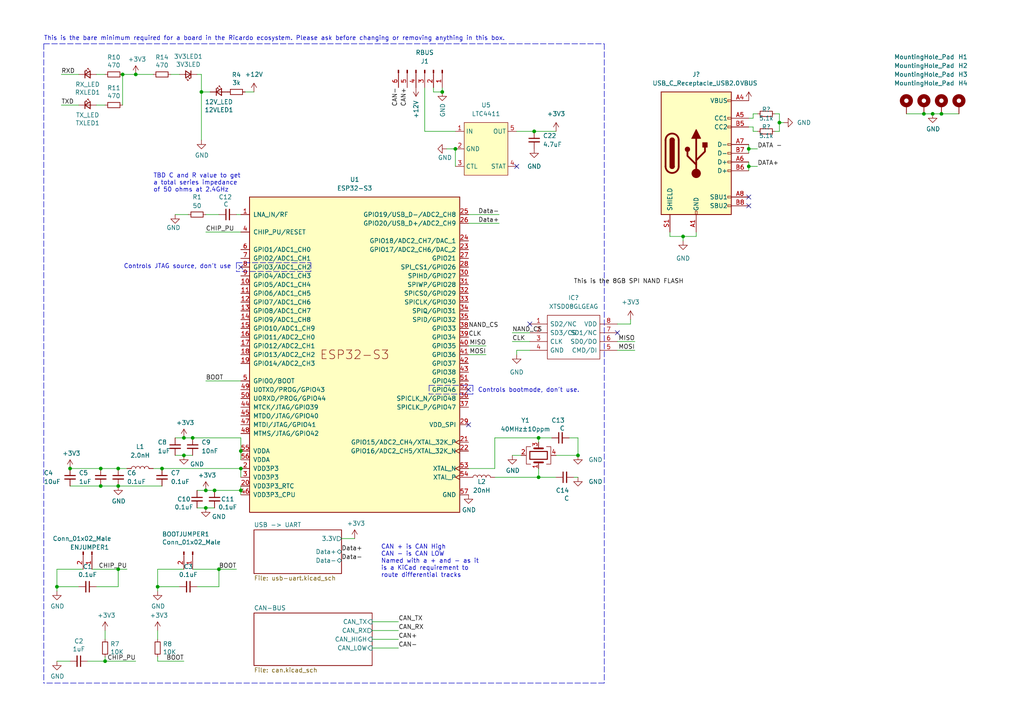
<source format=kicad_sch>
(kicad_sch (version 20211123) (generator eeschema)
  (paper "A4")
  (lib_symbols
    (symbol "Connector:Conn_01x02_Male" (pin_names (offset 1.016) hide)
      (property "Reference" "J" (at 0 2.54 0))
      (property "Value" "Conn_01x02_Male" (at 0 -5.08 0))
      (symbol "Conn_01x02_Male_1_1"
        (polyline (pts (xy 1.27 -2.54) (xy 0.8636 -2.54)) (stroke (width 0.1524)))
        (polyline (pts (xy 1.27 0) (xy 0.8636 0)) (stroke (width 0.1524)))
        (rectangle (start 0.8636 -2.413) (end 0 -2.667) (stroke (width 0.1524)) (fill (type outline)))
        (rectangle (start 0.8636 0.127) (end 0 -0.127) (stroke (width 0.1524)) (fill (type outline)))
        (pin passive line (at 5.08 0 180) (length 3.81) (name "Pin_1") (number "1"))
        (pin passive line (at 5.08 -2.54 180) (length 3.81) (name "Pin_2") (number "2"))
      )
    )
    (symbol "Connector:Conn_01x06_Male" (pin_names (offset 1.016) hide)
      (property "Reference" "J" (at 0 7.62 0))
      (property "Value" "Conn_01x06_Male" (at 0 -10.16 0))
      (symbol "Conn_01x06_Male_1_1"
        (polyline (pts (xy 1.27 -7.62) (xy 0.8636 -7.62)) (stroke (width 0.1524)))
        (polyline (pts (xy 1.27 -5.08) (xy 0.8636 -5.08)) (stroke (width 0.1524)))
        (polyline (pts (xy 1.27 -2.54) (xy 0.8636 -2.54)) (stroke (width 0.1524)))
        (polyline (pts (xy 1.27 0) (xy 0.8636 0)) (stroke (width 0.1524)))
        (polyline (pts (xy 1.27 2.54) (xy 0.8636 2.54)) (stroke (width 0.1524)))
        (polyline (pts (xy 1.27 5.08) (xy 0.8636 5.08)) (stroke (width 0.1524)))
        (rectangle (start 0.8636 -7.493) (end 0 -7.747) (stroke (width 0.1524)) (fill (type outline)))
        (rectangle (start 0.8636 -4.953) (end 0 -5.207) (stroke (width 0.1524)) (fill (type outline)))
        (rectangle (start 0.8636 -2.413) (end 0 -2.667) (stroke (width 0.1524)) (fill (type outline)))
        (rectangle (start 0.8636 0.127) (end 0 -0.127) (stroke (width 0.1524)) (fill (type outline)))
        (rectangle (start 0.8636 2.667) (end 0 2.413) (stroke (width 0.1524)) (fill (type outline)))
        (rectangle (start 0.8636 5.207) (end 0 4.953) (stroke (width 0.1524)) (fill (type outline)))
        (pin passive line (at 5.08 5.08 180) (length 3.81) (name "Pin_1") (number "1"))
        (pin passive line (at 5.08 2.54 180) (length 3.81) (name "Pin_2") (number "2"))
        (pin passive line (at 5.08 0 180) (length 3.81) (name "Pin_3") (number "3"))
        (pin passive line (at 5.08 -2.54 180) (length 3.81) (name "Pin_4") (number "4"))
        (pin passive line (at 5.08 -5.08 180) (length 3.81) (name "Pin_5") (number "5"))
        (pin passive line (at 5.08 -7.62 180) (length 3.81) (name "Pin_6") (number "6"))
      )
    )
    (symbol "Connector:USB_C_Receptacle_USB2.0" (pin_names (offset 1.016))
      (property "Reference" "J" (at -10.16 19.05 0))
      (property "Value" "USB_C_Receptacle_USB2.0" (at 19.05 19.05 0))
      (symbol "USB_C_Receptacle_USB2.0_0_0"
        (rectangle (start -0.254 -17.78) (end 0.254 -16.764))
        (rectangle (start 10.16 -14.986) (end 9.144 -15.494))
        (rectangle (start 10.16 -12.446) (end 9.144 -12.954))
        (rectangle (start 10.16 -4.826) (end 9.144 -5.334))
        (rectangle (start 10.16 -2.286) (end 9.144 -2.794))
        (rectangle (start 10.16 0.254) (end 9.144 -0.254))
        (rectangle (start 10.16 2.794) (end 9.144 2.286))
        (rectangle (start 10.16 7.874) (end 9.144 7.366))
        (rectangle (start 10.16 10.414) (end 9.144 9.906))
        (rectangle (start 10.16 15.494) (end 9.144 14.986))
      )
      (symbol "USB_C_Receptacle_USB2.0_0_1"
        (rectangle (start -10.16 17.78) (end 10.16 -17.78) (stroke (width 0.254)) (fill (type background)))
        (arc (start -8.89 -3.81) (mid -6.985 -5.715) (end -5.08 -3.81) (stroke (width 0.508)))
        (arc (start -7.62 -3.81) (mid -6.985 -4.445) (end -6.35 -3.81) (stroke (width 0.254)))
        (arc (start -7.62 -3.81) (mid -6.985 -4.445) (end -6.35 -3.81) (stroke (width 0.254)) (fill (type outline)))
        (rectangle (start -7.62 -3.81) (end -6.35 3.81) (stroke (width 0.254)) (fill (type outline)))
        (arc (start -6.35 3.81) (mid -6.985 4.445) (end -7.62 3.81) (stroke (width 0.254)))
        (arc (start -6.35 3.81) (mid -6.985 4.445) (end -7.62 3.81) (stroke (width 0.254)) (fill (type outline)))
        (arc (start -5.08 3.81) (mid -6.985 5.715) (end -8.89 3.81) (stroke (width 0.508)))
        (circle (center -2.54 1.143) (radius 0.635) (stroke (width 0.254)) (fill (type outline)))
        (circle (center 0 -5.842) (radius 1.27) (fill (type outline)))
        (polyline (pts (xy -8.89 -3.81) (xy -8.89 3.81)) (stroke (width 0.508)))
        (polyline (pts (xy -5.08 3.81) (xy -5.08 -3.81)) (stroke (width 0.508)))
        (polyline (pts (xy 0 -5.842) (xy 0 4.318)) (stroke (width 0.508)))
        (polyline (pts (xy 0 -3.302) (xy -2.54 -0.762) (xy -2.54 0.508)) (stroke (width 0.508)))
        (polyline (pts (xy 0 -2.032) (xy 2.54 0.508) (xy 2.54 1.778)) (stroke (width 0.508)))
        (polyline (pts (xy -1.27 4.318) (xy 0 6.858) (xy 1.27 4.318) (xy -1.27 4.318)) (stroke (width 0.254)) (fill (type outline)))
        (rectangle (start 1.905 1.778) (end 3.175 3.048) (stroke (width 0.254)) (fill (type outline)))
      )
      (symbol "USB_C_Receptacle_USB2.0_1_1"
        (pin passive line (at 0 -22.86 90) (length 5.08) (name "GND") (number "A1"))
        (pin passive line (at 0 -22.86 90) (length 5.08) hide (name "GND") (number "A12"))
        (pin passive line (at 15.24 15.24 180) (length 5.08) (name "VBUS") (number "A4"))
        (pin bidirectional line (at 15.24 10.16 180) (length 5.08) (name "CC1") (number "A5"))
        (pin bidirectional line (at 15.24 -2.54 180) (length 5.08) (name "D+") (number "A6"))
        (pin bidirectional line (at 15.24 2.54 180) (length 5.08) (name "D-") (number "A7"))
        (pin bidirectional line (at 15.24 -12.7 180) (length 5.08) (name "SBU1") (number "A8"))
        (pin passive line (at 15.24 15.24 180) (length 5.08) hide (name "VBUS") (number "A9"))
        (pin passive line (at 0 -22.86 90) (length 5.08) hide (name "GND") (number "B1"))
        (pin passive line (at 0 -22.86 90) (length 5.08) hide (name "GND") (number "B12"))
        (pin passive line (at 15.24 15.24 180) (length 5.08) hide (name "VBUS") (number "B4"))
        (pin bidirectional line (at 15.24 7.62 180) (length 5.08) (name "CC2") (number "B5"))
        (pin bidirectional line (at 15.24 -5.08 180) (length 5.08) (name "D+") (number "B6"))
        (pin bidirectional line (at 15.24 0 180) (length 5.08) (name "D-") (number "B7"))
        (pin bidirectional line (at 15.24 -15.24 180) (length 5.08) (name "SBU2") (number "B8"))
        (pin passive line (at 15.24 15.24 180) (length 5.08) hide (name "VBUS") (number "B9"))
        (pin passive line (at -7.62 -22.86 90) (length 5.08) (name "SHIELD") (number "S1"))
      )
    )
    (symbol "Device:C_Small" (pin_numbers hide) (pin_names (offset 0.254) hide)
      (property "Reference" "C" (at 0.254 1.778 0))
      (property "Value" "C_Small" (at 0.254 -2.032 0))
      (symbol "C_Small_0_1"
        (polyline (pts (xy -1.524 -0.508) (xy 1.524 -0.508)) (stroke (width 0.3302)))
        (polyline (pts (xy -1.524 0.508) (xy 1.524 0.508)) (stroke (width 0.3048)))
      )
      (symbol "C_Small_1_1"
        (pin passive line (at 0 2.54 270) (length 2.032) (name "~") (number "1"))
        (pin passive line (at 0 -2.54 90) (length 2.032) (name "~") (number "2"))
      )
    )
    (symbol "Device:Crystal_GND24" (pin_names (offset 1.016) hide)
      (property "Reference" "Y" (at 3.175 5.08 0))
      (property "Value" "Crystal_GND24" (at 3.175 3.175 0))
      (symbol "Crystal_GND24_0_1"
        (rectangle (start -1.143 2.54) (end 1.143 -2.54) (stroke (width 0.3048)))
        (polyline (pts (xy -2.54 0) (xy -2.032 0)))
        (polyline (pts (xy -2.032 -1.27) (xy -2.032 1.27)) (stroke (width 0.508)))
        (polyline (pts (xy 0 -3.81) (xy 0 -3.556)))
        (polyline (pts (xy 0 3.556) (xy 0 3.81)))
        (polyline (pts (xy 2.032 -1.27) (xy 2.032 1.27)) (stroke (width 0.508)))
        (polyline (pts (xy 2.032 0) (xy 2.54 0)))
        (polyline (pts (xy -2.54 -2.286) (xy -2.54 -3.556) (xy 2.54 -3.556) (xy 2.54 -2.286)))
        (polyline (pts (xy -2.54 2.286) (xy -2.54 3.556) (xy 2.54 3.556) (xy 2.54 2.286)))
      )
      (symbol "Crystal_GND24_1_1"
        (pin passive line (at -3.81 0 0) (length 1.27) (name "1") (number "1"))
        (pin passive line (at 0 5.08 270) (length 1.27) (name "2") (number "2"))
        (pin passive line (at 3.81 0 180) (length 1.27) (name "3") (number "3"))
        (pin passive line (at 0 -5.08 90) (length 1.27) (name "4") (number "4"))
      )
    )
    (symbol "Device:L" (pin_numbers hide) (pin_names (offset 1.016) hide)
      (property "Reference" "L" (at -1.27 0 90))
      (property "Value" "L" (at 1.905 0 90))
      (symbol "L_0_1"
        (arc (start 0 -2.54) (mid 0.635 -1.905) (end 0 -1.27))
        (arc (start 0 -1.27) (mid 0.635 -0.635) (end 0 0))
        (arc (start 0 0) (mid 0.635 0.635) (end 0 1.27))
        (arc (start 0 1.27) (mid 0.635 1.905) (end 0 2.54))
      )
      (symbol "L_1_1"
        (pin passive line (at 0 3.81 270) (length 1.27) (name "1") (number "1"))
        (pin passive line (at 0 -3.81 90) (length 1.27) (name "2") (number "2"))
      )
    )
    (symbol "Device:LED_Small" (pin_numbers hide) (pin_names (offset 0.254) hide)
      (property "Reference" "D" (at -1.27 3.175 0))
      (property "Value" "LED_Small" (at -4.445 -2.54 0))
      (symbol "LED_Small_0_1"
        (polyline (pts (xy -0.762 -1.016) (xy -0.762 1.016)) (stroke (width 0.254)))
        (polyline (pts (xy 1.016 0) (xy -0.762 0)))
        (polyline (pts (xy 0.762 -1.016) (xy -0.762 0) (xy 0.762 1.016) (xy 0.762 -1.016)) (stroke (width 0.254)))
        (polyline (pts (xy 0 0.762) (xy -0.508 1.27) (xy -0.254 1.27) (xy -0.508 1.27) (xy -0.508 1.016)))
        (polyline (pts (xy 0.508 1.27) (xy 0 1.778) (xy 0.254 1.778) (xy 0 1.778) (xy 0 1.524)))
      )
      (symbol "LED_Small_1_1"
        (pin passive line (at -2.54 0 0) (length 1.778) (name "K") (number "1"))
        (pin passive line (at 2.54 0 180) (length 1.778) (name "A") (number "2"))
      )
    )
    (symbol "Device:R_Small" (pin_numbers hide) (pin_names (offset 0.254) hide)
      (property "Reference" "R" (at 0.762 0.508 0))
      (property "Value" "R_Small" (at 0.762 -1.016 0))
      (symbol "R_Small_0_1"
        (rectangle (start -0.762 1.778) (end 0.762 -1.778) (stroke (width 0.2032)))
      )
      (symbol "R_Small_1_1"
        (pin passive line (at 0 2.54 270) (length 0.762) (name "~") (number "1"))
        (pin passive line (at 0 -2.54 90) (length 0.762) (name "~") (number "2"))
      )
    )
    (symbol "Espressif:ESP32-S3" (pin_names (offset 1.016))
      (property "Reference" "U" (at 0 48.26 0))
      (property "Value" "ESP32-S3" (at 0 -48.26 0))
      (symbol "ESP32-S3_0_0"
        (text "ESP32-S3" (at 0 0 0) (effects (font (size 2.54 2.54))))
        (pin bidirectional line (at 33.02 -12.7 180) (length 2.54) (name "SPICLK_N/GPIO48") (number "36"))
        (pin bidirectional line (at 33.02 -15.24 180) (length 2.54) (name "SPICLK_P/GPIO47") (number "37"))
      )
      (symbol "ESP32-S3_0_1"
        (rectangle (start -30.48 45.72) (end 30.48 -45.72) (stroke (width 0.254)) (fill (type background)))
      )
      (symbol "ESP32-S3_1_1"
        (pin bidirectional line (at -33.02 40.64 0) (length 2.54) (name "LNA_IN/RF") (number "1"))
        (pin bidirectional line (at -33.02 20.32 0) (length 2.54) (name "GPIO5/ADC1_CH4") (number "10"))
        (pin bidirectional line (at -33.02 17.78 0) (length 2.54) (name "GPIO6/ADC1_CH5") (number "11"))
        (pin bidirectional line (at -33.02 15.24 0) (length 2.54) (name "GPIO7/ADC1_CH6") (number "12"))
        (pin bidirectional line (at -33.02 12.7 0) (length 2.54) (name "GPIO8/ADC1_CH7") (number "13"))
        (pin bidirectional line (at -33.02 10.16 0) (length 2.54) (name "GPIO9/ADC1_CH8") (number "14"))
        (pin bidirectional line (at -33.02 7.62 0) (length 2.54) (name "GPIO10/ADC1_CH9") (number "15"))
        (pin bidirectional line (at -33.02 5.08 0) (length 2.54) (name "GPIO11/ADC2_CH0") (number "16"))
        (pin bidirectional line (at -33.02 2.54 0) (length 2.54) (name "GPIO12/ADC2_CH1") (number "17"))
        (pin bidirectional line (at -33.02 0 0) (length 2.54) (name "GPIO13/ADC2_CH2") (number "18"))
        (pin bidirectional line (at -33.02 -2.54 0) (length 2.54) (name "GPIO14/ADC2_CH3") (number "19"))
        (pin power_in line (at -33.02 -33.02 0) (length 2.54) (name "VDD3P3") (number "2"))
        (pin power_in line (at -33.02 -38.1 0) (length 2.54) (name "VDD3P3_RTC") (number "20"))
        (pin input clock (at 33.02 -25.4 180) (length 2.54) (name "GPIO15/ADC2_CH4/XTAL_32K_P") (number "21"))
        (pin output clock (at 33.02 -27.94 180) (length 2.54) (name "GPIO16/ADC2_CH5/XTAL_32K_N") (number "22"))
        (pin bidirectional line (at 33.02 30.48 180) (length 2.54) (name "GPIO17/ADC2_CH6/DAC_2") (number "23"))
        (pin bidirectional line (at 33.02 33.02 180) (length 2.54) (name "GPIO18/ADC2_CH7/DAC_1") (number "24"))
        (pin bidirectional line (at 33.02 40.64 180) (length 2.54) (name "GPIO19/USB_D-/ADC2_CH8") (number "25"))
        (pin bidirectional line (at 33.02 38.1 180) (length 2.54) (name "GPIO20/USB_D+/ADC2_CH9") (number "26"))
        (pin bidirectional line (at 33.02 27.94 180) (length 2.54) (name "GPIO21") (number "27"))
        (pin bidirectional line (at 33.02 25.4 180) (length 2.54) (name "SPI_CS1/GPIO26") (number "28"))
        (pin power_out line (at 33.02 -20.32 180) (length 2.54) (name "VDD_SPI") (number "29"))
        (pin power_in line (at -33.02 -35.56 0) (length 2.54) (name "VDD3P3") (number "3"))
        (pin bidirectional line (at 33.02 22.86 180) (length 2.54) (name "SPIHD/GPIO27") (number "30"))
        (pin bidirectional line (at 33.02 20.32 180) (length 2.54) (name "SPIWP/GPIO28") (number "31"))
        (pin bidirectional line (at 33.02 17.78 180) (length 2.54) (name "SPICS0/GPIO29") (number "32"))
        (pin bidirectional line (at 33.02 15.24 180) (length 2.54) (name "SPICLK/GPIO30") (number "33"))
        (pin bidirectional line (at 33.02 12.7 180) (length 2.54) (name "SPIQ/GPIO31") (number "34"))
        (pin bidirectional line (at 33.02 10.16 180) (length 2.54) (name "SPID/GPIO32") (number "35"))
        (pin bidirectional line (at 33.02 7.62 180) (length 2.54) (name "GPIO33") (number "38"))
        (pin bidirectional line (at 33.02 5.08 180) (length 2.54) (name "GPIO34") (number "39"))
        (pin input line (at -33.02 35.56 0) (length 2.54) (name "CHIP_PU/RESET") (number "4"))
        (pin bidirectional line (at 33.02 2.54 180) (length 2.54) (name "GPIO35") (number "40"))
        (pin bidirectional line (at 33.02 0 180) (length 2.54) (name "GPIO36") (number "41"))
        (pin bidirectional line (at 33.02 -2.54 180) (length 2.54) (name "GPIO37") (number "42"))
        (pin bidirectional line (at 33.02 -5.08 180) (length 2.54) (name "GPIO38") (number "43"))
        (pin bidirectional line (at -33.02 -15.24 0) (length 2.54) (name "MTCK/JTAG/GPIO39") (number "44"))
        (pin bidirectional line (at -33.02 -17.78 0) (length 2.54) (name "MTDO/JTAG/GPIO40") (number "45"))
        (pin power_in line (at -33.02 -40.64 0) (length 2.54) (name "VDD3P3_CPU") (number "46"))
        (pin bidirectional line (at -33.02 -20.32 0) (length 2.54) (name "MTDI/JTAG/GPIO41") (number "47"))
        (pin bidirectional line (at -33.02 -22.86 0) (length 2.54) (name "MTMS/JTAG/GPIO42") (number "48"))
        (pin bidirectional line (at -33.02 -10.16 0) (length 2.54) (name "U0TXD/PROG/GPIO43") (number "49"))
        (pin bidirectional line (at -33.02 -7.62 0) (length 2.54) (name "GPIO0/BOOT") (number "5"))
        (pin bidirectional line (at -33.02 -12.7 0) (length 2.54) (name "U0RXD/PROG/GPIO44") (number "50"))
        (pin bidirectional line (at 33.02 -7.62 180) (length 2.54) (name "GPIO45") (number "51"))
        (pin bidirectional line (at 33.02 -10.16 180) (length 2.54) (name "GPIO46") (number "52"))
        (pin input clock (at 33.02 -33.02 180) (length 2.54) (name "XTAL_N") (number "53"))
        (pin output clock (at 33.02 -35.56 180) (length 2.54) (name "XTAL_P") (number "54"))
        (pin power_in line (at -33.02 -27.94 0) (length 2.54) (name "VDDA") (number "55"))
        (pin power_in line (at -33.02 -30.48 0) (length 2.54) (name "VDDA") (number "56"))
        (pin power_in line (at 33.02 -40.64 180) (length 2.54) (name "GND") (number "57"))
        (pin bidirectional line (at -33.02 30.48 0) (length 2.54) (name "GPIO1/ADC1_CH0") (number "6"))
        (pin bidirectional line (at -33.02 27.94 0) (length 2.54) (name "GPIO2/ADC1_CH1") (number "7"))
        (pin bidirectional line (at -33.02 25.4 0) (length 2.54) (name "GPIO3/ADC1_CH2") (number "8"))
        (pin bidirectional line (at -33.02 22.86 0) (length 2.54) (name "GPIO4/ADC1_CH3") (number "9"))
      )
    )
    (symbol "Mechanical:MountingHole_Pad" (pin_numbers hide) (pin_names (offset 1.016) hide)
      (property "Reference" "H" (at 0 6.35 0))
      (property "Value" "MountingHole_Pad" (at 0 4.445 0))
      (symbol "MountingHole_Pad_0_1"
        (circle (center 0 1.27) (radius 1.27) (stroke (width 1.27)))
      )
      (symbol "MountingHole_Pad_1_1"
        (pin input line (at 0 -2.54 90) (length 2.54) (name "1") (number "1"))
      )
    )
    (symbol "chest:XTSD08GLGEAG" (pin_names (offset 0.762))
      (property "Reference" "IC" (at 21.59 7.62 0))
      (property "Value" "XTSD08GLGEAG" (at 21.59 5.08 0))
      (symbol "XTSD08GLGEAG_0_0"
        (pin bidirectional line (at 0 0 0) (length 5.08) (name "SD2/NC") (number "1"))
        (pin bidirectional line (at 0 -2.54 0) (length 5.08) (name "SD3/CS") (number "2"))
        (pin input line (at 0 -5.08 0) (length 5.08) (name "CLK") (number "3"))
        (pin power_out line (at 0 -7.62 0) (length 5.08) (name "GND") (number "4"))
        (pin input line (at 25.4 -7.62 180) (length 5.08) (name "CMD/DI") (number "5"))
        (pin output line (at 25.4 -5.08 180) (length 5.08) (name "SD0/DO") (number "6"))
        (pin bidirectional line (at 25.4 -2.54 180) (length 5.08) (name "SD1/NC") (number "7"))
        (pin power_in line (at 25.4 0 180) (length 5.08) (name "VDD") (number "8"))
      )
      (symbol "XTSD08GLGEAG_0_1"
        (polyline (pts (xy 5.08 2.54) (xy 20.32 2.54) (xy 20.32 -10.16) (xy 5.08 -10.16) (xy 5.08 2.54)) (stroke (width 0.1524)))
      )
    )
    (symbol "iclr:LTC4411"
      (property "Reference" "U" (at 0 1.27 0))
      (property "Value" "LTC4411" (at 0 -1.27 0))
      (symbol "LTC4411_0_1"
        (rectangle (start -6.35 -2.54) (end 6.35 -17.78) (fill (type background)))
      )
      (symbol "LTC4411_1_1"
        (pin power_in line (at -8.89 -5.08 0) (length 2.54) (name "IN") (number "1"))
        (pin output line (at -8.89 -10.16 0) (length 2.54) (name "GND") (number "2"))
        (pin input line (at -8.89 -15.24 0) (length 2.54) (name "CTL") (number "3"))
        (pin input line (at 8.89 -15.24 180) (length 2.54) (name "STAT") (number "4"))
        (pin power_out line (at 8.89 -5.08 180) (length 2.54) (name "OUT") (number "5"))
      )
    )
    (symbol "power:+12V" (power) (pin_names (offset 0))
      (property "Value" "+12V" (at 0 3.556 0))
      (symbol "+12V_0_1"
        (polyline (pts (xy -0.762 1.27) (xy 0 2.54)))
        (polyline (pts (xy 0 0) (xy 0 2.54)))
        (polyline (pts (xy 0 2.54) (xy 0.762 1.27)))
      )
      (symbol "+12V_1_1"
        (pin power_in line (at 0 0 90) (length 0) hide (name "+12V") (number "1"))
      )
    )
    (symbol "power:+3.3V" (power) (pin_names (offset 0))
      (property "Value" "+3.3V" (at 0 3.556 0))
      (symbol "+3.3V_0_1"
        (polyline (pts (xy -0.762 1.27) (xy 0 2.54)))
        (polyline (pts (xy 0 0) (xy 0 2.54)))
        (polyline (pts (xy 0 2.54) (xy 0.762 1.27)))
      )
      (symbol "+3.3V_1_1"
        (pin power_in line (at 0 0 90) (length 0) hide (name "+3V3") (number "1"))
      )
    )
    (symbol "power:GND" (power) (pin_names (offset 0))
      (property "Value" "GND" (at 0 -3.81 0))
      (symbol "GND_0_1"
        (polyline (pts (xy 0 0) (xy 0 -1.27) (xy 1.27 -1.27) (xy 0 -2.54) (xy -1.27 -1.27) (xy 0 -1.27)))
      )
      (symbol "GND_1_1"
        (pin power_in line (at 0 0 270) (length 0) hide (name "GND") (number "1"))
      )
    )
    (symbol "power:VBUS" (power) (pin_names (offset 0))
      (property "Value" "VBUS" (at 0 3.81 0))
      (symbol "VBUS_0_1"
        (polyline (pts (xy -0.762 1.27) (xy 0 2.54)))
        (polyline (pts (xy 0 0) (xy 0 2.54)))
        (polyline (pts (xy 0 2.54) (xy 0.762 1.27)))
      )
      (symbol "VBUS_1_1"
        (pin power_in line (at 0 0 90) (length 0) hide (name "VBUS") (number "1"))
      )
    )
  )
  (junction (at 132.08 43.18))
  (junction (at 39.37 21.59))
  (junction (at 59.69 142.24))
  (junction (at 53.34 127))
  (junction (at 58.42 26.67))
  (junction (at 30.48 191.77))
  (junction (at 217.17 43.18))
  (junction (at 217.17 48.26))
  (junction (at 69.85 142.24))
  (junction (at 55.88 127))
  (junction (at 63.5 165.1))
  (junction (at 59.69 147.32))
  (junction (at 62.23 142.24))
  (junction (at 34.29 135.89))
  (junction (at 20.32 135.89))
  (junction (at 45.72 170.18))
  (junction (at 35.56 21.59))
  (junction (at 29.21 135.89))
  (junction (at 154.94 38.1))
  (junction (at 34.29 140.97))
  (junction (at 156.21 127))
  (junction (at 273.05 33.02))
  (junction (at 53.34 132.08))
  (junction (at 156.21 138.43))
  (junction (at 69.85 130.81))
  (junction (at 29.21 140.97))
  (junction (at 16.51 170.18))
  (junction (at 226.06 35.56))
  (junction (at 270.51 33.02))
  (junction (at 267.97 33.02))
  (junction (at 167.64 132.08))
  (junction (at 198.12 68.58))
  (junction (at 46.99 135.89))
  (junction (at 128.27 26.67))
  (junction (at 34.29 165.1))
  (junction (at 69.85 135.89))
  (no_connect (at 153.67 93.98))
  (no_connect (at 69.85 77.47))
  (no_connect (at 179.07 96.52))
  (no_connect (at 135.89 113.03))
  (no_connect (at 217.17 59.69))
  (no_connect (at 135.89 123.19))
  (no_connect (at 217.17 57.15))
  (no_connect (at 149.86 48.26))
  (wire (pts (xy 30.48 191.77) (xy 30.48 190.5)))
  (wire (pts (xy 135.89 62.23) (xy 144.78 62.23)))
  (wire (pts (xy 148.59 99.06) (xy 153.67 99.06)))
  (wire (pts (xy 69.85 135.89) (xy 69.85 138.43)))
  (wire (pts (xy 17.78 21.59) (xy 22.86 21.59)))
  (polyline (pts (xy 90.17 78.74) (xy 68.58 78.74)))
  (wire (pts (xy 63.5 170.18) (xy 63.5 165.1)))
  (polyline (pts (xy 68.58 76.2) (xy 68.58 78.74)))
  (wire (pts (xy 60.96 26.67) (xy 58.42 26.67)))
  (wire (pts (xy 218.44 38.1) (xy 219.71 38.1)))
  (wire (pts (xy 16.51 191.77) (xy 20.32 191.77)))
  (wire (pts (xy 107.95 180.34) (xy 115.57 180.34)))
  (wire (pts (xy 128.27 25.4) (xy 128.27 26.67)))
  (wire (pts (xy 226.06 33.02) (xy 226.06 35.56)))
  (wire (pts (xy 160.02 127) (xy 156.21 127)))
  (wire (pts (xy 45.72 165.1) (xy 53.34 165.1)))
  (wire (pts (xy 125.73 26.67) (xy 128.27 26.67)))
  (wire (pts (xy 217.17 41.91) (xy 217.17 43.18)))
  (wire (pts (xy 58.42 21.59) (xy 57.15 21.59)))
  (wire (pts (xy 179.07 101.6) (xy 184.15 101.6)))
  (wire (pts (xy 29.21 135.89) (xy 34.29 135.89)))
  (wire (pts (xy 143.51 138.43) (xy 156.21 138.43)))
  (wire (pts (xy 59.69 110.49) (xy 69.85 110.49)))
  (polyline (pts (xy 12.7 12.7) (xy 12.7 198.12)))
  (wire (pts (xy 217.17 48.26) (xy 219.71 48.26)))
  (wire (pts (xy 267.97 33.02) (xy 262.89 33.02)))
  (wire (pts (xy 16.51 170.18) (xy 16.51 171.45)))
  (wire (pts (xy 148.59 96.52) (xy 153.67 96.52)))
  (wire (pts (xy 57.15 170.18) (xy 63.5 170.18)))
  (polyline (pts (xy 137.16 111.76) (xy 137.16 114.3)))
  (wire (pts (xy 68.58 165.1) (xy 63.5 165.1)))
  (wire (pts (xy 68.58 62.23) (xy 69.85 62.23)))
  (wire (pts (xy 217.17 43.18) (xy 219.71 43.18)))
  (wire (pts (xy 27.94 30.48) (xy 30.48 30.48)))
  (wire (pts (xy 16.51 165.1) (xy 16.51 170.18)))
  (wire (pts (xy 161.29 132.08) (xy 167.64 132.08)))
  (wire (pts (xy 30.48 182.88) (xy 30.48 185.42)))
  (wire (pts (xy 217.17 46.99) (xy 217.17 48.26)))
  (wire (pts (xy 57.15 147.32) (xy 59.69 147.32)))
  (polyline (pts (xy 68.58 76.2) (xy 90.17 76.2)))
  (wire (pts (xy 218.44 34.29) (xy 218.44 33.02)))
  (wire (pts (xy 34.29 135.89) (xy 36.83 135.89)))
  (wire (pts (xy 69.85 142.24) (xy 69.85 143.51)))
  (wire (pts (xy 201.93 68.58) (xy 198.12 68.58)))
  (wire (pts (xy 62.23 142.24) (xy 69.85 142.24)))
  (wire (pts (xy 53.34 132.08) (xy 55.88 132.08)))
  (wire (pts (xy 143.51 135.89) (xy 143.51 127)))
  (wire (pts (xy 156.21 127) (xy 156.21 128.27)))
  (wire (pts (xy 34.29 165.1) (xy 36.83 165.1)))
  (wire (pts (xy 50.8 132.08) (xy 53.34 132.08)))
  (polyline (pts (xy 124.46 111.76) (xy 124.46 114.3)))
  (polyline (pts (xy 12.7 12.7) (xy 175.26 12.7)))
  (wire (pts (xy 44.45 135.89) (xy 46.99 135.89)))
  (wire (pts (xy 69.85 130.81) (xy 69.85 133.35)))
  (wire (pts (xy 22.86 170.18) (xy 16.51 170.18)))
  (wire (pts (xy 132.08 43.18) (xy 132.08 48.26)))
  (wire (pts (xy 27.94 21.59) (xy 30.48 21.59)))
  (wire (pts (xy 149.86 102.87) (xy 149.86 101.6)))
  (wire (pts (xy 50.8 127) (xy 53.34 127)))
  (wire (pts (xy 17.78 30.48) (xy 22.86 30.48)))
  (wire (pts (xy 52.07 170.18) (xy 45.72 170.18)))
  (wire (pts (xy 123.19 25.4) (xy 123.19 38.1)))
  (wire (pts (xy 50.8 62.23) (xy 54.61 62.23)))
  (wire (pts (xy 154.94 38.1) (xy 161.29 38.1)))
  (wire (pts (xy 224.79 38.1) (xy 226.06 38.1)))
  (wire (pts (xy 59.69 62.23) (xy 63.5 62.23)))
  (wire (pts (xy 278.13 33.02) (xy 273.05 33.02)))
  (wire (pts (xy 201.93 67.31) (xy 201.93 68.58)))
  (wire (pts (xy 29.21 140.97) (xy 34.29 140.97)))
  (wire (pts (xy 35.56 21.59) (xy 39.37 21.59)))
  (wire (pts (xy 55.88 127) (xy 69.85 127)))
  (wire (pts (xy 107.95 187.96) (xy 115.57 187.96)))
  (wire (pts (xy 107.95 182.88) (xy 115.57 182.88)))
  (wire (pts (xy 69.85 127) (xy 69.85 130.81)))
  (wire (pts (xy 224.79 33.02) (xy 226.06 33.02)))
  (polyline (pts (xy 137.16 114.3) (xy 124.46 114.3)))
  (wire (pts (xy 227.33 35.56) (xy 226.06 35.56)))
  (wire (pts (xy 135.89 100.33) (xy 140.97 100.33)))
  (wire (pts (xy 55.88 165.1) (xy 63.5 165.1)))
  (wire (pts (xy 125.73 25.4) (xy 125.73 26.67)))
  (wire (pts (xy 25.4 191.77) (xy 30.48 191.77)))
  (wire (pts (xy 273.05 33.02) (xy 270.51 33.02)))
  (wire (pts (xy 135.89 135.89) (xy 143.51 135.89)))
  (wire (pts (xy 45.72 170.18) (xy 45.72 171.45)))
  (wire (pts (xy 45.72 191.77) (xy 45.72 190.5)))
  (wire (pts (xy 49.53 21.59) (xy 52.07 21.59)))
  (wire (pts (xy 226.06 38.1) (xy 226.06 35.56)))
  (wire (pts (xy 148.59 132.08) (xy 151.13 132.08)))
  (wire (pts (xy 198.12 68.58) (xy 194.31 68.58)))
  (wire (pts (xy 58.42 21.59) (xy 58.42 26.67)))
  (wire (pts (xy 161.29 138.43) (xy 156.21 138.43)))
  (wire (pts (xy 217.17 36.83) (xy 218.44 36.83)))
  (wire (pts (xy 149.86 101.6) (xy 153.67 101.6)))
  (wire (pts (xy 59.69 67.31) (xy 69.85 67.31)))
  (wire (pts (xy 194.31 68.58) (xy 194.31 67.31)))
  (wire (pts (xy 149.86 38.1) (xy 154.94 38.1)))
  (wire (pts (xy 53.34 191.77) (xy 45.72 191.77)))
  (wire (pts (xy 198.12 69.85) (xy 198.12 68.58)))
  (wire (pts (xy 218.44 33.02) (xy 219.71 33.02)))
  (wire (pts (xy 218.44 36.83) (xy 218.44 38.1)))
  (wire (pts (xy 217.17 43.18) (xy 217.17 44.45)))
  (wire (pts (xy 58.42 26.67) (xy 58.42 40.64)))
  (wire (pts (xy 217.17 48.26) (xy 217.17 49.53)))
  (wire (pts (xy 123.19 38.1) (xy 132.08 38.1)))
  (wire (pts (xy 156.21 135.89) (xy 156.21 138.43)))
  (wire (pts (xy 34.29 170.18) (xy 34.29 165.1)))
  (polyline (pts (xy 90.17 76.2) (xy 90.17 78.74)))
  (wire (pts (xy 217.17 34.29) (xy 218.44 34.29)))
  (wire (pts (xy 143.51 127) (xy 156.21 127)))
  (wire (pts (xy 99.06 156.21) (xy 102.87 156.21)))
  (wire (pts (xy 167.64 138.43) (xy 166.37 138.43)))
  (wire (pts (xy 20.32 135.89) (xy 29.21 135.89)))
  (wire (pts (xy 135.89 102.87) (xy 140.97 102.87)))
  (wire (pts (xy 182.88 92.71) (xy 182.88 93.98)))
  (wire (pts (xy 167.64 127) (xy 167.64 132.08)))
  (wire (pts (xy 39.37 21.59) (xy 44.45 21.59)))
  (polyline (pts (xy 124.46 111.76) (xy 137.16 111.76)))
  (wire (pts (xy 59.69 147.32) (xy 62.23 147.32)))
  (wire (pts (xy 30.48 191.77) (xy 39.37 191.77)))
  (wire (pts (xy 270.51 33.02) (xy 267.97 33.02)))
  (wire (pts (xy 107.95 185.42) (xy 115.57 185.42)))
  (wire (pts (xy 129.54 43.18) (xy 132.08 43.18)))
  (wire (pts (xy 53.34 127) (xy 55.88 127)))
  (wire (pts (xy 35.56 21.59) (xy 35.56 30.48)))
  (wire (pts (xy 73.66 26.67) (xy 71.12 26.67)))
  (wire (pts (xy 46.99 135.89) (xy 69.85 135.89)))
  (polyline (pts (xy 175.26 12.7) (xy 175.26 198.12)))
  (wire (pts (xy 34.29 140.97) (xy 46.99 140.97)))
  (wire (pts (xy 182.88 93.98) (xy 179.07 93.98)))
  (wire (pts (xy 135.89 64.77) (xy 144.78 64.77)))
  (wire (pts (xy 27.94 170.18) (xy 34.29 170.18)))
  (wire (pts (xy 45.72 165.1) (xy 45.72 170.18)))
  (wire (pts (xy 59.69 142.24) (xy 62.23 142.24)))
  (wire (pts (xy 57.15 142.24) (xy 59.69 142.24)))
  (wire (pts (xy 20.32 140.97) (xy 29.21 140.97)))
  (wire (pts (xy 69.85 142.24) (xy 69.85 140.97)))
  (wire (pts (xy 167.64 127) (xy 165.1 127)))
  (wire (pts (xy 26.67 165.1) (xy 34.29 165.1)))
  (wire (pts (xy 179.07 99.06) (xy 184.15 99.06)))
  (wire (pts (xy 45.72 182.88) (xy 45.72 185.42)))
  (wire (pts (xy 16.51 165.1) (xy 24.13 165.1)))
  (polyline (pts (xy 175.26 198.12) (xy 12.7 198.12)))
  (text "Controls bootmode, don't use.\n" (at 138.5894 113.9757 0) (effects (font (size 1.27 1.27)) (justify left bottom)))
  (text "This is the bare minimum required for a board in the Ricardo ecosystem. Please ask before changing or removing anything in this box.\n\n" (at 12.7 13.97 0) (effects (font (size 1.27 1.27)) (justify left bottom)))
  (text "TBD C and R value to get\na total series impedance\nof 50 ohms at 2.4GHz\n" (at 44.45 55.88 0) (effects (font (size 1.27 1.27)) (justify left bottom)))
  (text "CAN + is CAN High\nCAN - is CAN LOW\nNamed with a + and - as it\nis a KiCad requirement to\nroute differential tracks\n" (at 110.49 167.64 0) (effects (font (size 1.27 1.27)) (justify left bottom)))
  (text "Controls JTAG source, don't use\n" (at 67.0857 78.0878 180) (effects (font (size 1.27 1.27)) (justify right bottom)))
  (label "CHIP_PU" (at 36.83 165.1 180))
  (label "DATA+" (at 219.71 48.26 0))
  (label "CLK" (at 148.59 99.06 0))
  (label "CAN+" (at 115.57 185.42 0))
  (label "NAND_CS" (at 135.89 95.25 0))
  (label "Data+" (at 99.06 160.02 0))
  (label "This is the 8GB SPI NAND FLASH" (at 166.37 82.55 0))
  (label "Data-" (at 99.06 162.56 0))
  (label "BOOT" (at 53.34 191.77 180))
  (label "CAN-" (at 115.57 25.4 270))
  (label "MOSI" (at 184.15 101.6 180))
  (label "CAN+" (at 118.11 25.4 270))
  (label "CAN_TX" (at 115.57 180.34 0))
  (label "MOSI" (at 140.97 102.87 180))
  (label "BOOT" (at 68.58 165.1 180))
  (label "BOOT" (at 59.69 110.49 0))
  (label "RXD" (at 17.78 21.59 0))
  (label "MISO" (at 184.15 99.06 180))
  (label "DATA -" (at 219.71 43.18 0))
  (label "CHIP_PU" (at 59.69 67.31 0))
  (label "CAN_RX" (at 115.57 182.88 0))
  (label "Data+" (at 144.78 64.77 180))
  (label "Data-" (at 144.78 62.23 180))
  (label "CAN-" (at 115.57 187.96 0))
  (label "NAND_CS" (at 148.59 96.52 0))
  (label "TXD" (at 17.78 30.48 0))
  (label "MISO" (at 140.97 100.33 180))
  (label "CHIP_PU" (at 39.37 191.77 180))
  (label "CLK" (at 135.89 97.79 0))
  (symbol (lib_id "power:+3.3V") (at 30.48 182.88 0) (unit 1)
    (property "Reference" "#PWR06" (effects hide))
    (property "Value" "+3.3V" (at 30.861 178.4858 0))
  )
  (symbol (lib_id "Device:R_Small") (at 30.48 187.96 0) (unit 1)
    (property "Reference" "R7" (at 31.9786 186.7916 0) (effects (justify left)))
    (property "Value" "10K" (at 31.9786 189.103 0) (effects (justify left)))
    (property "Footprint" "Resistor_SMD:R_0402_1005Metric" (effects hide))
  )
  (symbol (lib_id "Device:C_Small") (at 22.86 191.77 270) (unit 1)
    (property "Reference" "C2" (at 22.86 185.9534 90))
    (property "Value" "1uF" (at 22.86 188.2648 90))
    (property "Footprint" "Capacitor_SMD:C_0402_1005Metric" (effects hide))
  )
  (symbol (lib_id "power:GND") (at 16.51 191.77 0) (unit 1)
    (property "Reference" "#PWR03" (effects hide))
    (property "Value" "GND" (at 16.637 196.1642 0))
  )
  (symbol (lib_id "power:+3.3V") (at 45.72 182.88 0) (unit 1)
    (property "Reference" "#PWR09" (effects hide))
    (property "Value" "+3.3V" (at 46.101 178.4858 0))
  )
  (symbol (lib_id "Device:R_Small") (at 45.72 187.96 0) (unit 1)
    (property "Reference" "R8" (at 47.2186 186.7916 0) (effects (justify left)))
    (property "Value" "10K" (at 47.2186 189.103 0) (effects (justify left)))
    (property "Footprint" "Resistor_SMD:R_0402_1005Metric" (effects hide))
  )
  (symbol (lib_id "power:GND") (at 45.72 171.45 0) (unit 1)
    (property "Reference" "#PWR07" (effects hide))
    (property "Value" "GND" (at 45.847 175.8442 0))
  )
  (symbol (lib_id "Device:C_Small") (at 54.61 170.18 270) (unit 1)
    (property "Reference" "C3" (at 54.61 164.3634 90))
    (property "Value" "0.1uF" (at 54.61 166.6748 90))
    (property "Footprint" "Capacitor_SMD:C_0402_1005Metric" (effects hide))
  )
  (symbol (lib_id "power:GND") (at 16.51 171.45 0) (unit 1)
    (property "Reference" "#PWR02" (effects hide))
    (property "Value" "GND" (at 16.637 175.8442 0))
  )
  (symbol (lib_id "Device:C_Small") (at 25.4 170.18 270) (unit 1)
    (property "Reference" "C1" (at 25.4 164.3634 90))
    (property "Value" "0.1uF" (at 25.4 166.6748 90))
    (property "Footprint" "Capacitor_SMD:C_0402_1005Metric" (effects hide))
  )
  (symbol (lib_id "Device:LED_Small") (at 25.4 30.48 0) (unit 1)
    (property "Reference" "TXLED1" (at 25.4 35.687 0))
    (property "Value" "TX_LED" (at 25.4 33.3756 0))
    (property "Footprint" "Resistor_SMD:R_0402_1005Metric" (effects hide))
  )
  (symbol (lib_id "Device:LED_Small") (at 25.4 21.59 0) (unit 1)
    (property "Reference" "RXLED1" (at 25.4 26.797 0))
    (property "Value" "RX_LED" (at 25.4 24.4856 0))
    (property "Footprint" "LED_SMD:LED_0603_1608Metric" (effects hide))
  )
  (symbol (lib_id "Device:R_Small") (at 33.02 21.59 270) (unit 1)
    (property "Reference" "R10" (at 33.02 16.6116 90))
    (property "Value" "470" (at 33.02 18.923 90))
    (property "Footprint" "Resistor_SMD:R_0402_1005Metric" (effects hide))
  )
  (symbol (lib_id "Device:R_Small") (at 33.02 30.48 270) (unit 1)
    (property "Reference" "R11" (at 33.02 25.5016 90))
    (property "Value" "470" (at 33.02 27.813 90))
    (property "Footprint" "Resistor_SMD:R_0402_1005Metric" (effects hide))
  )
  (symbol (lib_id "power:GND") (at 58.42 40.64 0) (unit 1)
    (property "Reference" "#PWR012" (effects hide))
    (property "Value" "GND" (at 58.547 45.0342 0))
  )
  (symbol (lib_id "power:+3.3V") (at 39.37 21.59 0) (unit 1)
    (property "Reference" "#PWR011" (effects hide))
    (property "Value" "+3.3V" (at 39.751 17.1958 0))
  )
  (symbol (lib_id "Device:LED_Small") (at 54.61 21.59 180) (unit 1)
    (property "Reference" "3V3LED1" (at 54.61 16.383 0))
    (property "Value" "3V3LED" (at 54.61 18.6944 0))
    (property "Footprint" "Resistor_SMD:R_0402_1005Metric" (effects hide))
  )
  (symbol (lib_id "Device:R_Small") (at 46.99 21.59 270) (unit 1)
    (property "Reference" "R14" (at 46.99 16.6116 90))
    (property "Value" "470" (at 46.99 18.923 90))
    (property "Footprint" "Resistor_SMD:R_0402_1005Metric" (effects hide))
  )
  (symbol (lib_id "Connector:Conn_01x02_Male") (at 26.67 160.02 270) (unit 1)
    (property "Reference" "ENJUMPER1" (at 20.32 158.75 90) (effects (justify left)))
    (property "Value" "Conn_01x02_Male" (at 15.24 156.21 90) (effects (justify left)))
    (property "Footprint" "Connector_PinHeader_2.54mm:PinHeader_1x02_P2.54mm_Vertical" (effects hide))
  )
  (symbol (lib_id "Connector:Conn_01x02_Male") (at 55.88 160.02 270) (unit 1)
    (property "Reference" "BOOTJUMPER1" (at 46.99 154.94 90) (effects (justify left)))
    (property "Value" "Conn_01x02_Male" (at 46.99 157.2514 90) (effects (justify left)))
    (property "Footprint" "Connector_PinHeader_2.54mm:PinHeader_1x02_P2.54mm_Vertical" (effects hide))
  )
  (symbol (lib_id "power:+3.3V") (at 102.87 156.21 0) (unit 1)
    (property "Reference" "#PWR0108" (effects hide))
    (property "Value" "+3.3V" (at 103.251 151.8158 0))
  )
  (symbol (lib_id "power:GND") (at 128.27 26.67 0) (unit 1)
    (property "Reference" "#PWR0138" (effects hide))
    (property "Value" "GND" (at 128.397 29.9212 90) (effects (justify right)))
  )
  (symbol (lib_id "Connector:Conn_01x06_Male") (at 123.19 20.32 270) (unit 1)
    (property "Reference" "J1" (at 123.19 17.78 90))
    (property "Value" "RBUS" (at 123.19 15.24 90))
    (property "Footprint" "Connector_Molex:Molex_Mini-Fit_Jr_5566-06A_2x03_P4.20mm_Vertical" (effects hide))
  )
  (symbol (lib_id "Device:LED_Small") (at 63.5 26.67 0) (unit 1)
    (property "Reference" "12VLED1" (at 63.5 31.877 0))
    (property "Value" "12V_LED" (at 63.5 29.5656 0))
    (property "Footprint" "Resistor_SMD:R_0402_1005Metric" (effects hide))
  )
  (symbol (lib_id "Device:R_Small") (at 68.58 26.67 270) (unit 1)
    (property "Reference" "R4" (at 68.58 21.6916 90))
    (property "Value" "3k" (at 68.58 24.003 90))
    (property "Footprint" "Resistor_SMD:R_0402_1005Metric" (effects hide))
  )
  (symbol (lib_id "Device:R_Small") (at 222.25 33.02 90) (unit 1)
    (property "Reference" "R?" (at 222.25 31.75 90))
    (property "Value" "5.1k" (at 222.25 34.29 90))
    (property "Footprint" "Resistor_SMD:R_0402_1005Metric" (effects hide))
  )
  (symbol (lib_id "power:GND") (at 167.64 132.08 0) (unit 1)
    (property "Reference" "#PWR0110" (effects hide))
    (property "Value" "GND" (at 172.72 133.35 0))
  )
  (symbol (lib_id "power:GND") (at 34.29 140.97 0) (unit 1)
    (property "Reference" "#PWR0106" (effects hide))
    (property "Value" "GND" (at 34.417 145.3642 0))
  )
  (symbol (lib_id "Device:C_Small") (at 55.88 129.54 0) (unit 1)
    (property "Reference" "C9" (at 58.42 128.2762 0) (effects (justify left)))
    (property "Value" "10nF" (at 58.42 130.8162 0) (effects (justify left)))
    (property "Footprint" "Capacitor_SMD:C_0402_1005Metric" (effects hide))
  )
  (symbol (lib_id "power:+3.3V") (at 53.34 127 0) (unit 1)
    (property "Reference" "#PWR0101" (effects hide))
    (property "Value" "+3.3V" (at 53.721 122.6058 0))
  )
  (symbol (lib_id "Mechanical:MountingHole_Pad") (at 267.97 30.48 0) (unit 1)
    (property "Reference" "H2" (at 280.67 19.05 0) (effects (justify right)))
    (property "Value" "MountingHole_Pad" (at 276.86 21.59 0) (effects (justify right)))
    (property "Footprint" "MountingHole:MountingHole_3.2mm_M3_DIN965_Pad" (effects hide))
  )
  (symbol (lib_id "Device:C_Small") (at 50.8 129.54 0) (unit 1)
    (property "Reference" "C8" (at 45.72 128.27 0) (effects (justify left)))
    (property "Value" "1uF" (at 45.72 130.81 0) (effects (justify left)))
    (property "Footprint" "Capacitor_SMD:C_0402_1005Metric" (effects hide))
  )
  (symbol (lib_id "power:GND") (at 198.12 69.85 0) (unit 1)
    (property "Reference" "#PWR?" (effects hide))
    (property "Value" "GND" (at 198.12 74.93 0))
  )
  (symbol (lib_id "iclr:LTC4411") (at 140.97 33.02 0) (unit 1)
    (property "Reference" "U5" (at 140.97 30.48 0))
    (property "Value" "LTC4411" (at 140.97 33.02 0))
    (property "Footprint" "Package_TO_SOT_SMD:SOT-23-5" (effects hide))
  )
  (symbol (lib_id "power:+12V") (at 73.66 26.67 0) (unit 1)
    (property "Reference" "#PWR0104" (effects hide))
    (property "Value" "+12V" (at 73.66 21.59 0))
  )
  (symbol (lib_id "power:GND") (at 154.94 43.18 0) (unit 1)
    (property "Reference" "#PWR0140" (effects hide))
    (property "Value" "GND" (at 154.94 48.26 0))
  )
  (symbol (lib_id "Mechanical:MountingHole_Pad") (at 278.13 30.48 0) (unit 1)
    (property "Reference" "H4" (at 280.67 24.13 0) (effects (justify right)))
    (property "Value" "MountingHole_Pad" (at 276.86 16.51 0) (effects (justify right)))
    (property "Footprint" "MountingHole:MountingHole_3.2mm_M3_DIN965_Pad" (effects hide))
  )
  (symbol (lib_id "power:GND") (at 59.69 147.32 0) (unit 1)
    (property "Reference" "#PWR0112" (effects hide))
    (property "Value" "GND" (at 63.5 149.86 0))
  )
  (symbol (lib_id "power:+12V") (at 120.65 25.4 180) (unit 1)
    (property "Reference" "#PWR0116" (effects hide))
    (property "Value" "+12V" (at 120.65 31.75 90))
  )
  (symbol (lib_id "power:+3.3V") (at 182.88 92.71 0) (unit 1)
    (property "Reference" "#PWR?" (effects hide))
    (property "Value" "+3.3V" (at 182.88 87.63 0))
  )
  (symbol (lib_id "Device:C_Small") (at 20.32 138.43 0) (unit 1)
    (property "Reference" "C4" (at 12.7 137.16 0) (effects (justify left)))
    (property "Value" "10uF" (at 12.7 139.7 0) (effects (justify left)))
  )
  (symbol (lib_id "power:GND") (at 129.54 43.18 270) (unit 1)
    (property "Reference" "#PWR0148" (effects hide))
    (property "Value" "GND" (at 127 45.72 90) (effects (justify left)))
  )
  (symbol (lib_id "Device:C_Small") (at 57.15 144.78 0) (unit 1)
    (property "Reference" "C10" (at 53.34 144.78 0))
    (property "Value" "0.1uF" (at 53.34 147.0914 0))
    (property "Footprint" "Capacitor_SMD:C_0402_1005Metric" (effects hide))
  )
  (symbol (lib_id "Device:C_Small") (at 163.83 138.43 90) (unit 1)
    (property "Reference" "C14" (at 165.1 142.24 90) (effects (justify left)))
    (property "Value" "C" (at 165.1 144.5514 90) (effects (justify left)))
    (property "Footprint" "Capacitor_SMD:C_0603_1608Metric" (effects hide))
  )
  (symbol (lib_id "power:GND") (at 167.64 138.43 0) (unit 1)
    (property "Reference" "#PWR0111" (effects hide))
    (property "Value" "GND" (at 172.72 139.7 0))
  )
  (symbol (lib_id "Device:C_Small") (at 154.94 40.64 0) (unit 1)
    (property "Reference" "C22" (at 157.48 39.3762 0) (effects (justify left)))
    (property "Value" "4.7uF" (at 157.48 41.9162 0) (effects (justify left)))
    (property "Footprint" "Capacitor_SMD:C_0603_1608Metric" (effects hide))
  )
  (symbol (lib_id "Device:C_Small") (at 34.29 138.43 0) (unit 1)
    (property "Reference" "C6" (at 36.83 137.1662 0) (effects (justify left)))
    (property "Value" "0.1uF" (at 36.83 139.7062 0) (effects (justify left)))
    (property "Footprint" "Capacitor_SMD:C_0402_1005Metric" (effects hide))
  )
  (symbol (lib_id "power:GND") (at 53.34 132.08 0) (unit 1)
    (property "Reference" "#PWR0105" (effects hide))
    (property "Value" "GND" (at 57.15 134.62 0))
  )
  (symbol (lib_id "power:GND") (at 149.86 102.87 0) (unit 1)
    (property "Reference" "#PWR?" (effects hide))
    (property "Value" "GND" (at 149.86 107.95 0))
  )
  (symbol (lib_id "Connector:USB_C_Receptacle_USB2.0") (at 201.93 44.45 0) (unit 1)
    (property "Reference" "J?" (at 201.93 21.59 0))
    (property "Value" "USB_C_Receptacle_USB2.0" (at 201.93 24.13 0))
    (property "Footprint" "Connector_USB:USB_C_Receptacle_GCT_USB4085" (effects hide))
    (property "Datasheet" "https://www.usb.org/sites/default/files/documents/usb_type-c.zip" (effects hide))
  )
  (symbol (lib_id "Mechanical:MountingHole_Pad") (at 262.89 30.48 0) (unit 1)
    (property "Reference" "H1" (at 280.67 16.51 0) (effects (justify right)))
    (property "Value" "MountingHole_Pad" (at 276.86 24.13 0) (effects (justify right)))
    (property "Footprint" "MountingHole:MountingHole_3.2mm_M3_DIN965_Pad" (effects hide))
  )
  (symbol (lib_id "power:GND") (at 227.33 35.56 90) (unit 1)
    (property "Reference" "#PWR?" (effects hide))
    (property "Value" "GND" (at 231.14 35.5599 90) (effects (justify right)))
  )
  (symbol (lib_id "Device:C_Small") (at 62.23 144.78 0) (unit 1)
    (property "Reference" "C11" (at 66.04 144.78 0))
    (property "Value" "0.1uF" (at 66.04 147.0914 0))
    (property "Footprint" "Capacitor_SMD:C_0402_1005Metric" (effects hide))
  )
  (symbol (lib_id "Device:C_Small") (at 162.56 127 90) (unit 1)
    (property "Reference" "C13" (at 163.83 121.92 90) (effects (justify left)))
    (property "Value" "C" (at 163.83 124.2314 90) (effects (justify left)))
    (property "Footprint" "Capacitor_SMD:C_0603_1608Metric" (effects hide))
  )
  (symbol (lib_id "power:GND") (at 148.59 132.08 0) (unit 1)
    (property "Reference" "#PWR0113" (effects hide))
    (property "Value" "GND" (at 148.717 136.4742 0))
  )
  (symbol (lib_id "Device:L") (at 139.7 138.43 90) (unit 1)
    (property "Reference" "L2" (at 139.7 139.7 90))
    (property "Value" "20nH" (at 139.7 142.24 90))
  )
  (symbol (lib_id "power:+3.3V") (at 59.69 142.24 0) (unit 1)
    (property "Reference" "#PWR0103" (effects hide))
    (property "Value" "+3.3V" (at 60.071 137.8458 0))
  )
  (symbol (lib_id "Device:C_Small") (at 66.04 62.23 90) (unit 1)
    (property "Reference" "C12" (at 67.31 57.15 90) (effects (justify left)))
    (property "Value" "C" (at 66.2934 59.2481 90) (effects (justify left)))
    (property "Footprint" "Capacitor_SMD:C_0603_1608Metric" (effects hide))
  )
  (symbol (lib_id "Device:R_Small") (at 222.25 38.1 90) (unit 1)
    (property "Reference" "R?" (at 222.25 36.83 90))
    (property "Value" "5.1k" (at 222.25 39.37 90))
    (property "Footprint" "Resistor_SMD:R_0402_1005Metric" (effects hide))
  )
  (symbol (lib_id "Device:L") (at 40.64 135.89 90) (unit 1)
    (property "Reference" "L1" (at 40.64 129.54 90))
    (property "Value" "2.0nH" (at 40.64 132.08 90))
  )
  (symbol (lib_id "power:+3.3V") (at 20.32 135.89 0) (unit 1)
    (property "Reference" "#PWR0107" (effects hide))
    (property "Value" "+3.3V" (at 20.701 131.4958 0))
  )
  (symbol (lib_id "Espressif:ESP32-S3") (at 102.87 102.87 0) (unit 1)
    (property "Reference" "U1" (at 102.87 52.07 0))
    (property "Value" "ESP32-S3" (at 102.87 54.61 0))
    (property "Footprint" "Package_DFN_QFN:QFN-56-1EP_7x7mm_P0.4mm_EP5.6x5.6mm" (effects hide))
    (property "Datasheet" "https://www.espressif.com/sites/default/files/documentation/esp32-s3_datasheet_en.pdf" (effects hide))
  )
  (symbol (lib_id "Mechanical:MountingHole_Pad") (at 273.05 30.48 0) (unit 1)
    (property "Reference" "H3" (at 280.67 21.59 0) (effects (justify right)))
    (property "Value" "MountingHole_Pad" (at 276.86 19.05 0) (effects (justify right)))
    (property "Footprint" "MountingHole:MountingHole_3.2mm_M3_DIN965_Pad" (effects hide))
  )
  (symbol (lib_id "power:+3.3V") (at 161.29 38.1 0) (unit 1)
    (property "Reference" "#PWR0147" (effects hide))
    (property "Value" "+3.3V" (at 161.29 33.02 0))
  )
  (symbol (lib_id "power:GND") (at 270.51 33.02 0) (unit 1)
    (property "Reference" "#PWR0123" (effects hide))
    (property "Value" "GND" (at 270.637 37.4142 0))
  )
  (symbol (lib_id "Device:Crystal_GND24") (at 156.21 132.08 90) (unit 1)
    (property "Reference" "Y1" (at 152.4 121.92 90))
    (property "Value" "40MHz±10ppm" (at 152.4 124.46 90))
    (property "Footprint" "Crystal:Crystal_SMD_2016-4Pin_2.0x1.6mm" (effects hide))
  )
  (symbol (lib_id "power:VBUS") (at 217.17 29.21 0) (unit 1)
    (property "Reference" "#PWR?" (effects hide))
    (property "Value" "VBUS" (at 217.17 24.13 0))
  )
  (symbol (lib_id "Device:C_Small") (at 29.21 138.43 0) (unit 1)
    (property "Reference" "C5" (at 22.86 137.16 0) (effects (justify left)))
    (property "Value" "1uF" (at 22.86 139.7 0) (effects (justify left)))
    (property "Footprint" "Capacitor_SMD:C_0402_1005Metric" (effects hide))
  )
  (symbol (lib_id "power:GND") (at 135.89 143.51 0) (unit 1)
    (property "Reference" "#PWR0109" (effects hide))
    (property "Value" "GND" (at 136.017 147.9042 0))
  )
  (symbol (lib_id "chest:XTSD08GLGEAG") (at 153.67 93.98 0) (unit 1)
    (property "Reference" "IC?" (at 166.37 86.36 0))
    (property "Value" "XTSD08GLGEAG" (at 166.37 88.9 0))
    (property "Footprint" "chest:SON127P800X600X95-8N" (effects hide))
    (property "Datasheet" "https://datasheet.lcsc.com/szlcsc/2005251034_XTX-XTSD08GLGEAG_C558840.pdf" (effects hide))
    (property "Description" "XTSD01G/XTSD02G/XTSD04G/XTSD08G SD NAND LGA8" (effects hide))
    (property "Height" "0.95" (effects hide))
    (property "Manufacturer_Name" "XTX" (effects hide))
    (property "Manufacturer_Part_Number" "XTSD08GLGEAG" (effects hide))
  )
  (symbol (lib_id "power:GND") (at 50.8 62.23 0) (unit 1)
    (property "Reference" "#PWR0102" (effects hide))
    (property "Value" "GND" (at 48.26 66.04 0) (effects (justify left)))
  )
  (symbol (lib_id "Device:R_Small") (at 57.15 62.23 90) (unit 1)
    (property "Reference" "R1" (at 57.15 57.15 90))
    (property "Value" "50" (at 57.15 59.69 90))
  )
  (symbol (lib_id "Device:C_Small") (at 46.99 138.43 0) (unit 1)
    (property "Reference" "C7" (at 49.53 137.1662 0) (effects (justify left)))
    (property "Value" "0.1uF" (at 49.53 139.7062 0) (effects (justify left)))
    (property "Footprint" "Capacitor_SMD:C_0402_1005Metric" (effects hide))
  )
  (sheet (at 73.66 153.67) (size 25.4 12.7)
    (property "Sheet name" "USB -> UART" (at 73.66 152.9584 0) (effects (justify left bottom)))
    (property "Sheet file" "usb-uart.kicad_sch" (at 73.66 166.9546 0) (effects (justify left top)))
    (pin "3.3V" output (at 99.06 156.21 0))
    (pin "Data+" bidirectional (at 99.06 160.02 0))
    (pin "Data-" bidirectional (at 99.06 162.56 0))
  )
  (sheet (at 73.66 177.8) (size 34.29 15.24)
    (property "Sheet name" "CAN-BUS" (at 73.66 177.0884 0) (effects (justify left bottom)))
    (property "Sheet file" "can.kicad_sch" (at 73.66 193.6246 0) (effects (justify left top)))
    (pin "CAN_TX" input (at 107.95 180.34 0))
    (pin "CAN_RX" output (at 107.95 182.88 0))
    (pin "CAN_HIGH" input (at 107.95 185.42 0))
    (pin "CAN_LOW" input (at 107.95 187.96 0))
  )
)
</source>
